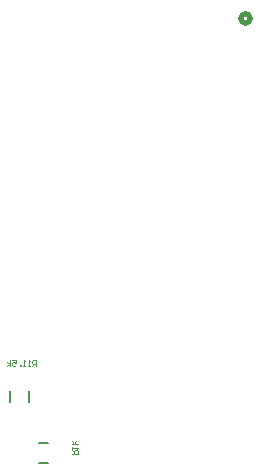
<source format=gbr>
%TF.GenerationSoftware,Altium Limited,Altium Designer,21.6.4 (81)*%
G04 Layer_Color=32896*
%FSLAX26Y26*%
%MOIN*%
%TF.SameCoordinates,D1CDB01D-C4A6-469F-8C54-8347A019B806*%
%TF.FilePolarity,Positive*%
%TF.FileFunction,Legend,Bot*%
%TF.Part,Single*%
G01*
G75*
%TA.AperFunction,NonConductor*%
%ADD32C,0.020000*%
%ADD33C,0.007874*%
%ADD34C,0.003937*%
D32*
X1387756Y1881890D02*
G03*
X1387756Y1881890I-15000J0D01*
G01*
D33*
X586614Y603423D02*
Y640671D01*
X649606Y603423D02*
Y640671D01*
X683071Y398622D02*
X712598D01*
X683071Y467520D02*
X712598D01*
D34*
X675181Y722444D02*
Y742123D01*
X665342D01*
X662062Y738843D01*
Y732284D01*
X665342Y729004D01*
X675181D01*
X668621D02*
X662062Y722444D01*
X655502D02*
X648943D01*
X652222D01*
Y742123D01*
X655502Y738843D01*
X639103Y722444D02*
X632544D01*
X635824D01*
Y742123D01*
X639103Y738843D01*
X622705Y722444D02*
Y725724D01*
X619425D01*
Y722444D01*
X622705D01*
X593187Y742123D02*
X606306D01*
Y732284D01*
X599746Y735563D01*
X596466D01*
X593187Y732284D01*
Y725724D01*
X596466Y722444D01*
X603026D01*
X606306Y725724D01*
X586627Y722444D02*
Y742123D01*
Y729004D02*
X576788Y735563D01*
X586627Y729004D02*
X576788Y722444D01*
X794294Y428813D02*
X813973D01*
Y438652D01*
X810693Y441932D01*
X804134D01*
X800854Y438652D01*
Y428813D01*
Y435373D02*
X794294Y441932D01*
Y448492D02*
Y455051D01*
Y451772D01*
X813973D01*
X810693Y448492D01*
X794294Y464891D02*
X813973D01*
X800854D02*
X807413Y474730D01*
X800854Y464891D02*
X794294Y474730D01*
%TF.MD5,beb4c47ae2e3b7a3b91d0fce5ac2c264*%
M02*

</source>
